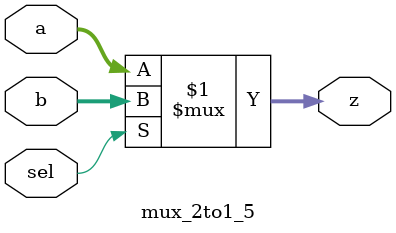
<source format=v>
module mux_2to1_5(
    input [4:0] a,
    input [4:0] b,
	 input sel,
    output [4:0] z
    );
assign z = sel ? b:a;

endmodule

</source>
